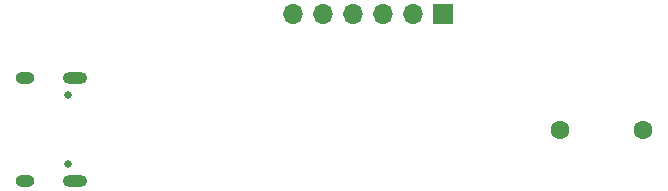
<source format=gbr>
%TF.GenerationSoftware,KiCad,Pcbnew,9.0.0*%
%TF.CreationDate,2025-06-05T15:48:39-04:00*%
%TF.ProjectId,microkfd,6d696372-6f6b-4666-942e-6b696361645f,B*%
%TF.SameCoordinates,Original*%
%TF.FileFunction,Soldermask,Bot*%
%TF.FilePolarity,Negative*%
%FSLAX46Y46*%
G04 Gerber Fmt 4.6, Leading zero omitted, Abs format (unit mm)*
G04 Created by KiCad (PCBNEW 9.0.0) date 2025-06-05 15:48:39*
%MOMM*%
%LPD*%
G01*
G04 APERTURE LIST*
%ADD10C,1.600000*%
%ADD11O,1.600000X1.000000*%
%ADD12O,2.100000X1.000000*%
%ADD13C,0.650000*%
%ADD14O,1.700000X1.700000*%
%ADD15R,1.700000X1.700000*%
G04 APERTURE END LIST*
D10*
%TO.C,J3*%
X146900000Y-100000000D03*
X139900000Y-100000000D03*
%TD*%
D11*
%TO.C,J1*%
X94600000Y-104320000D03*
D12*
X98780000Y-104320000D03*
D11*
X94600000Y-95680000D03*
D12*
X98780000Y-95680000D03*
D13*
X98250000Y-102890000D03*
X98250000Y-97110000D03*
%TD*%
D14*
%TO.C,J2*%
X117300000Y-90250000D03*
X119840000Y-90250000D03*
X122380000Y-90250000D03*
X124920000Y-90250000D03*
X127460000Y-90250000D03*
D15*
X130000000Y-90250000D03*
%TD*%
M02*

</source>
